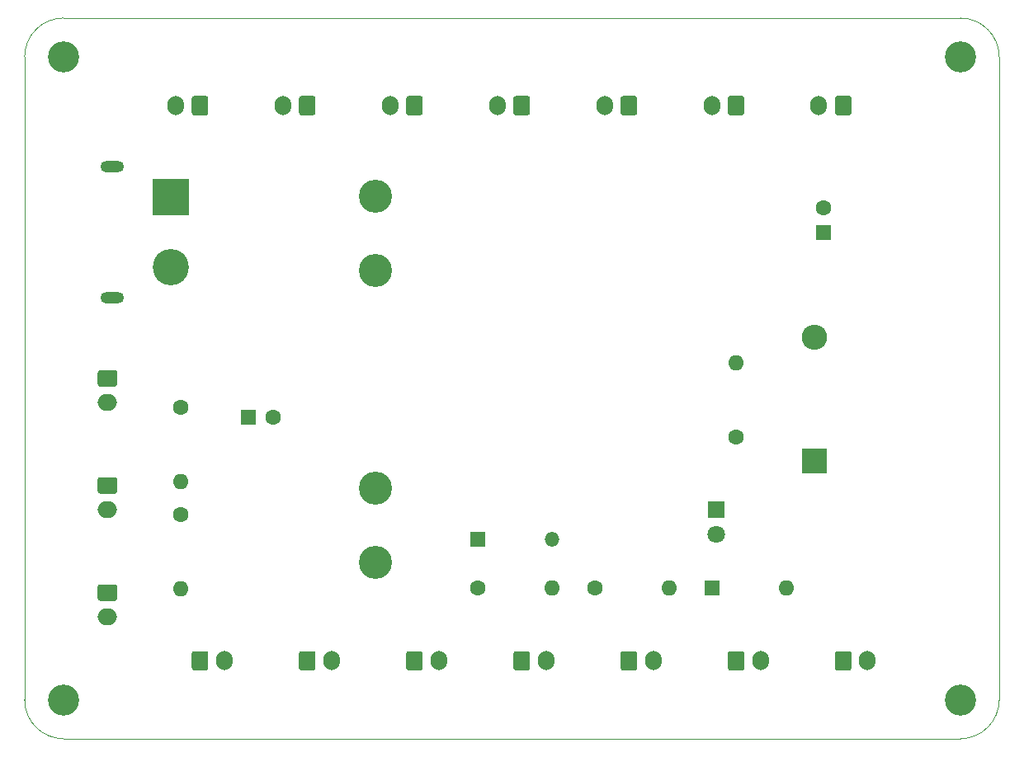
<source format=gbs>
%TF.GenerationSoftware,KiCad,Pcbnew,(5.1.12)-1*%
%TF.CreationDate,2022-03-31T16:19:31+09:00*%
%TF.ProjectId,NHK2022_Power_Supply,4e484b32-3032-4325-9f50-6f7765725f53,rev?*%
%TF.SameCoordinates,PX42c1d80PY8583b00*%
%TF.FileFunction,Soldermask,Bot*%
%TF.FilePolarity,Negative*%
%FSLAX46Y46*%
G04 Gerber Fmt 4.6, Leading zero omitted, Abs format (unit mm)*
G04 Created by KiCad (PCBNEW (5.1.12)-1) date 2022-03-31 16:19:31*
%MOMM*%
%LPD*%
G01*
G04 APERTURE LIST*
%TA.AperFunction,Profile*%
%ADD10C,0.050000*%
%TD*%
%ADD11C,3.200000*%
%ADD12R,2.600000X2.600000*%
%ADD13O,2.600000X2.600000*%
%ADD14R,1.500000X1.500000*%
%ADD15O,1.500000X1.500000*%
%ADD16R,1.800000X1.800000*%
%ADD17C,1.800000*%
%ADD18R,1.600000X1.600000*%
%ADD19O,1.600000X1.600000*%
%ADD20C,3.400000*%
%ADD21C,3.716000*%
%ADD22R,3.716000X3.716000*%
%ADD23O,2.400000X1.200000*%
%ADD24O,1.700000X2.000000*%
%ADD25O,2.000000X1.700000*%
%ADD26C,1.600000*%
G04 APERTURE END LIST*
D10*
X70000000Y-70000000D02*
X70000000Y-134000000D01*
X170000000Y-70000000D02*
X170000000Y-136000000D01*
X74000000Y-66000000D02*
X166000000Y-66000000D01*
X74000000Y-140000000D02*
X166000000Y-140000000D01*
X70000000Y-134000000D02*
X70000000Y-136000000D01*
X166000000Y-66000000D02*
G75*
G02*
X170000000Y-70000000I0J-4000000D01*
G01*
X70000000Y-70000000D02*
G75*
G02*
X74000000Y-66000000I4000000J0D01*
G01*
X170000000Y-136000000D02*
G75*
G02*
X166000000Y-140000000I-4000000J0D01*
G01*
X74000000Y-140000000D02*
G75*
G02*
X70000000Y-136000000I0J4000000D01*
G01*
D11*
%TO.C,REF2*%
X166000000Y-70000000D03*
%TD*%
%TO.C,REF3*%
X166000000Y-136000000D03*
%TD*%
%TO.C,REF1*%
X74000000Y-70000000D03*
%TD*%
%TO.C,REF4*%
X74000000Y-136000000D03*
%TD*%
D12*
%TO.C,D1*%
X151000000Y-111500000D03*
D13*
X151000000Y-98800000D03*
%TD*%
D14*
%TO.C,D2*%
X116500000Y-119500000D03*
D15*
X124120000Y-119500000D03*
%TD*%
D16*
%TO.C,D3*%
X141000000Y-116500000D03*
D17*
X141000000Y-119040000D03*
%TD*%
D18*
%TO.C,D4*%
X140500000Y-124500000D03*
D19*
X148120000Y-124500000D03*
%TD*%
D20*
%TO.C,F1*%
X106000000Y-84300000D03*
X106000000Y-91920000D03*
X106000000Y-114240000D03*
X106000000Y-121860000D03*
%TD*%
D21*
%TO.C,Power_Supply*%
X85000000Y-91600000D03*
D22*
X85000000Y-84400000D03*
D23*
X79000000Y-94750000D03*
X79000000Y-81250000D03*
%TD*%
D24*
%TO.C,LED*%
X85500000Y-75000000D03*
G36*
G01*
X88850000Y-74250000D02*
X88850000Y-75750000D01*
G75*
G02*
X88600000Y-76000000I-250000J0D01*
G01*
X87400000Y-76000000D01*
G75*
G02*
X87150000Y-75750000I0J250000D01*
G01*
X87150000Y-74250000D01*
G75*
G02*
X87400000Y-74000000I250000J0D01*
G01*
X88600000Y-74000000D01*
G75*
G02*
X88850000Y-74250000I0J-250000D01*
G01*
G37*
%TD*%
%TO.C,MiCon1*%
G36*
G01*
X77750000Y-102150000D02*
X79250000Y-102150000D01*
G75*
G02*
X79500000Y-102400000I0J-250000D01*
G01*
X79500000Y-103600000D01*
G75*
G02*
X79250000Y-103850000I-250000J0D01*
G01*
X77750000Y-103850000D01*
G75*
G02*
X77500000Y-103600000I0J250000D01*
G01*
X77500000Y-102400000D01*
G75*
G02*
X77750000Y-102150000I250000J0D01*
G01*
G37*
D25*
X78500000Y-105500000D03*
%TD*%
%TO.C,MiCon2*%
X78500000Y-116500000D03*
G36*
G01*
X77750000Y-113150000D02*
X79250000Y-113150000D01*
G75*
G02*
X79500000Y-113400000I0J-250000D01*
G01*
X79500000Y-114600000D01*
G75*
G02*
X79250000Y-114850000I-250000J0D01*
G01*
X77750000Y-114850000D01*
G75*
G02*
X77500000Y-114600000I0J250000D01*
G01*
X77500000Y-113400000D01*
G75*
G02*
X77750000Y-113150000I250000J0D01*
G01*
G37*
%TD*%
%TO.C,MiCon3*%
G36*
G01*
X77750000Y-124150000D02*
X79250000Y-124150000D01*
G75*
G02*
X79500000Y-124400000I0J-250000D01*
G01*
X79500000Y-125600000D01*
G75*
G02*
X79250000Y-125850000I-250000J0D01*
G01*
X77750000Y-125850000D01*
G75*
G02*
X77500000Y-125600000I0J250000D01*
G01*
X77500000Y-124400000D01*
G75*
G02*
X77750000Y-124150000I250000J0D01*
G01*
G37*
X78500000Y-127500000D03*
%TD*%
%TO.C,Conn*%
G36*
G01*
X87150000Y-132750000D02*
X87150000Y-131250000D01*
G75*
G02*
X87400000Y-131000000I250000J0D01*
G01*
X88600000Y-131000000D01*
G75*
G02*
X88850000Y-131250000I0J-250000D01*
G01*
X88850000Y-132750000D01*
G75*
G02*
X88600000Y-133000000I-250000J0D01*
G01*
X87400000Y-133000000D01*
G75*
G02*
X87150000Y-132750000I0J250000D01*
G01*
G37*
D24*
X90500000Y-132000000D03*
%TD*%
%TO.C,Switch*%
G36*
G01*
X98150000Y-132750000D02*
X98150000Y-131250000D01*
G75*
G02*
X98400000Y-131000000I250000J0D01*
G01*
X99600000Y-131000000D01*
G75*
G02*
X99850000Y-131250000I0J-250000D01*
G01*
X99850000Y-132750000D01*
G75*
G02*
X99600000Y-133000000I-250000J0D01*
G01*
X98400000Y-133000000D01*
G75*
G02*
X98150000Y-132750000I0J250000D01*
G01*
G37*
X101500000Y-132000000D03*
%TD*%
%TO.C,Coil*%
X112500000Y-132000000D03*
G36*
G01*
X109150000Y-132750000D02*
X109150000Y-131250000D01*
G75*
G02*
X109400000Y-131000000I250000J0D01*
G01*
X110600000Y-131000000D01*
G75*
G02*
X110850000Y-131250000I0J-250000D01*
G01*
X110850000Y-132750000D01*
G75*
G02*
X110600000Y-133000000I-250000J0D01*
G01*
X109400000Y-133000000D01*
G75*
G02*
X109150000Y-132750000I0J250000D01*
G01*
G37*
%TD*%
%TO.C,12v_1*%
G36*
G01*
X99850000Y-74250000D02*
X99850000Y-75750000D01*
G75*
G02*
X99600000Y-76000000I-250000J0D01*
G01*
X98400000Y-76000000D01*
G75*
G02*
X98150000Y-75750000I0J250000D01*
G01*
X98150000Y-74250000D01*
G75*
G02*
X98400000Y-74000000I250000J0D01*
G01*
X99600000Y-74000000D01*
G75*
G02*
X99850000Y-74250000I0J-250000D01*
G01*
G37*
X96500000Y-75000000D03*
%TD*%
%TO.C,12v_2*%
X107500000Y-75000000D03*
G36*
G01*
X110850000Y-74250000D02*
X110850000Y-75750000D01*
G75*
G02*
X110600000Y-76000000I-250000J0D01*
G01*
X109400000Y-76000000D01*
G75*
G02*
X109150000Y-75750000I0J250000D01*
G01*
X109150000Y-74250000D01*
G75*
G02*
X109400000Y-74000000I250000J0D01*
G01*
X110600000Y-74000000D01*
G75*
G02*
X110850000Y-74250000I0J-250000D01*
G01*
G37*
%TD*%
%TO.C,12v_3*%
G36*
G01*
X121850000Y-74250000D02*
X121850000Y-75750000D01*
G75*
G02*
X121600000Y-76000000I-250000J0D01*
G01*
X120400000Y-76000000D01*
G75*
G02*
X120150000Y-75750000I0J250000D01*
G01*
X120150000Y-74250000D01*
G75*
G02*
X120400000Y-74000000I250000J0D01*
G01*
X121600000Y-74000000D01*
G75*
G02*
X121850000Y-74250000I0J-250000D01*
G01*
G37*
X118500000Y-75000000D03*
%TD*%
%TO.C,12v_4*%
X129500000Y-75000000D03*
G36*
G01*
X132850000Y-74250000D02*
X132850000Y-75750000D01*
G75*
G02*
X132600000Y-76000000I-250000J0D01*
G01*
X131400000Y-76000000D01*
G75*
G02*
X131150000Y-75750000I0J250000D01*
G01*
X131150000Y-74250000D01*
G75*
G02*
X131400000Y-74000000I250000J0D01*
G01*
X132600000Y-74000000D01*
G75*
G02*
X132850000Y-74250000I0J-250000D01*
G01*
G37*
%TD*%
%TO.C,12v_5*%
G36*
G01*
X143850000Y-74250000D02*
X143850000Y-75750000D01*
G75*
G02*
X143600000Y-76000000I-250000J0D01*
G01*
X142400000Y-76000000D01*
G75*
G02*
X142150000Y-75750000I0J250000D01*
G01*
X142150000Y-74250000D01*
G75*
G02*
X142400000Y-74000000I250000J0D01*
G01*
X143600000Y-74000000D01*
G75*
G02*
X143850000Y-74250000I0J-250000D01*
G01*
G37*
X140500000Y-75000000D03*
%TD*%
%TO.C,12v_6*%
X151500000Y-75000000D03*
G36*
G01*
X154850000Y-74250000D02*
X154850000Y-75750000D01*
G75*
G02*
X154600000Y-76000000I-250000J0D01*
G01*
X153400000Y-76000000D01*
G75*
G02*
X153150000Y-75750000I0J250000D01*
G01*
X153150000Y-74250000D01*
G75*
G02*
X153400000Y-74000000I250000J0D01*
G01*
X154600000Y-74000000D01*
G75*
G02*
X154850000Y-74250000I0J-250000D01*
G01*
G37*
%TD*%
%TO.C,12v_7*%
X156500000Y-132000000D03*
G36*
G01*
X153150000Y-132750000D02*
X153150000Y-131250000D01*
G75*
G02*
X153400000Y-131000000I250000J0D01*
G01*
X154600000Y-131000000D01*
G75*
G02*
X154850000Y-131250000I0J-250000D01*
G01*
X154850000Y-132750000D01*
G75*
G02*
X154600000Y-133000000I-250000J0D01*
G01*
X153400000Y-133000000D01*
G75*
G02*
X153150000Y-132750000I0J250000D01*
G01*
G37*
%TD*%
%TO.C,12v_8*%
G36*
G01*
X142150000Y-132750000D02*
X142150000Y-131250000D01*
G75*
G02*
X142400000Y-131000000I250000J0D01*
G01*
X143600000Y-131000000D01*
G75*
G02*
X143850000Y-131250000I0J-250000D01*
G01*
X143850000Y-132750000D01*
G75*
G02*
X143600000Y-133000000I-250000J0D01*
G01*
X142400000Y-133000000D01*
G75*
G02*
X142150000Y-132750000I0J250000D01*
G01*
G37*
X145500000Y-132000000D03*
%TD*%
%TO.C,12v_9*%
X134500000Y-132000000D03*
G36*
G01*
X131150000Y-132750000D02*
X131150000Y-131250000D01*
G75*
G02*
X131400000Y-131000000I250000J0D01*
G01*
X132600000Y-131000000D01*
G75*
G02*
X132850000Y-131250000I0J-250000D01*
G01*
X132850000Y-132750000D01*
G75*
G02*
X132600000Y-133000000I-250000J0D01*
G01*
X131400000Y-133000000D01*
G75*
G02*
X131150000Y-132750000I0J250000D01*
G01*
G37*
%TD*%
%TO.C,12v_10*%
G36*
G01*
X120150000Y-132750000D02*
X120150000Y-131250000D01*
G75*
G02*
X120400000Y-131000000I250000J0D01*
G01*
X121600000Y-131000000D01*
G75*
G02*
X121850000Y-131250000I0J-250000D01*
G01*
X121850000Y-132750000D01*
G75*
G02*
X121600000Y-133000000I-250000J0D01*
G01*
X120400000Y-133000000D01*
G75*
G02*
X120150000Y-132750000I0J250000D01*
G01*
G37*
X123500000Y-132000000D03*
%TD*%
D19*
%TO.C,R1*%
X86000000Y-113620000D03*
D26*
X86000000Y-106000000D03*
%TD*%
%TO.C,R2*%
X86000000Y-117000000D03*
D19*
X86000000Y-124620000D03*
%TD*%
D26*
%TO.C,R3*%
X143000000Y-109000000D03*
D19*
X143000000Y-101380000D03*
%TD*%
%TO.C,R4*%
X124120000Y-124500000D03*
D26*
X116500000Y-124500000D03*
%TD*%
%TO.C,R5*%
X128500000Y-124500000D03*
D19*
X136120000Y-124500000D03*
%TD*%
D18*
%TO.C,C1*%
X152000000Y-88000000D03*
D26*
X152000000Y-85500000D03*
%TD*%
%TO.C,C2*%
X95500000Y-107000000D03*
D18*
X93000000Y-107000000D03*
%TD*%
M02*

</source>
